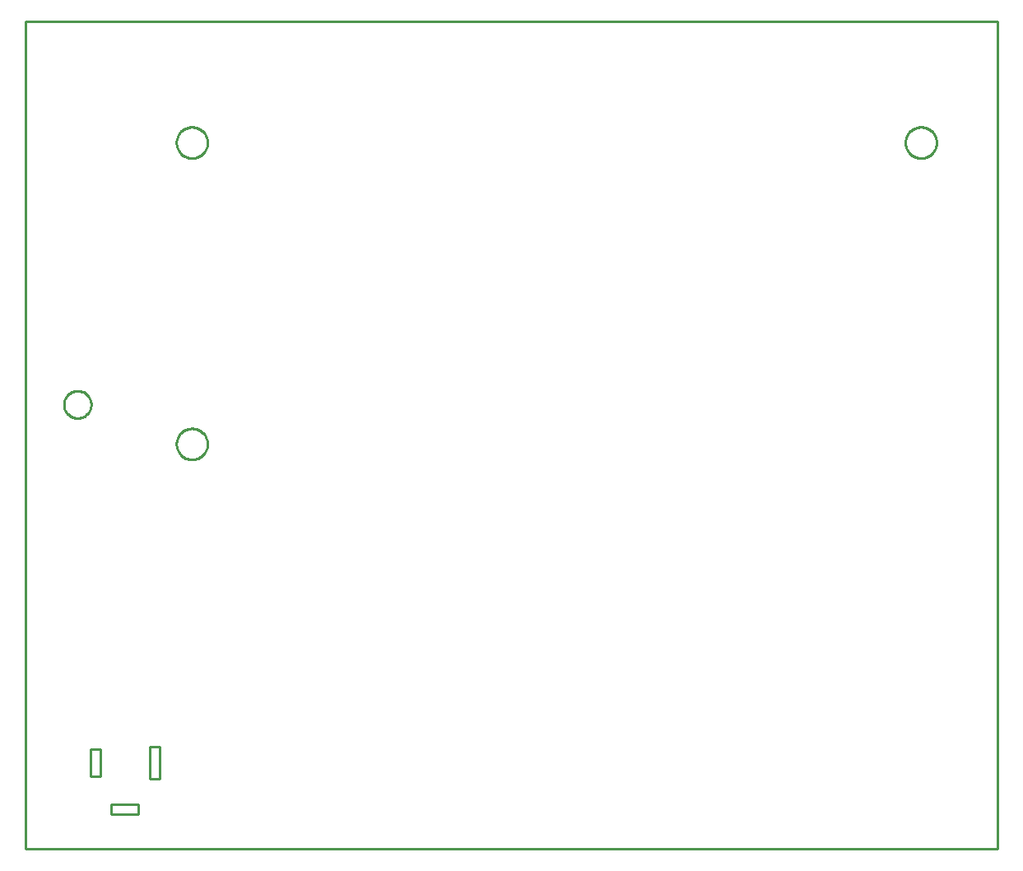
<source format=gbr>
G04 EAGLE Gerber RS-274X export*
G75*
%MOMM*%
%FSLAX34Y34*%
%LPD*%
%IN*%
%IPPOS*%
%AMOC8*
5,1,8,0,0,1.08239X$1,22.5*%
G01*
%ADD10C,0.254000*%


D10*
X0Y0D02*
X1000000Y0D01*
X1000000Y850800D01*
X0Y850800D01*
X0Y0D01*
X127600Y72400D02*
X137600Y72400D01*
X137600Y105400D01*
X127600Y105400D01*
X127600Y72400D01*
X87600Y35900D02*
X115600Y35900D01*
X115600Y45900D01*
X87600Y45900D01*
X87600Y35900D01*
X66600Y74900D02*
X76600Y74900D01*
X76600Y102900D01*
X66600Y102900D01*
X66600Y74900D01*
X187100Y725976D02*
X187032Y724931D01*
X186895Y723892D01*
X186690Y722865D01*
X186419Y721853D01*
X186083Y720861D01*
X185682Y719893D01*
X185218Y718954D01*
X184695Y718046D01*
X184113Y717175D01*
X183475Y716344D01*
X182784Y715557D01*
X182043Y714816D01*
X181256Y714125D01*
X180425Y713488D01*
X179554Y712906D01*
X178646Y712382D01*
X177707Y711918D01*
X176739Y711517D01*
X175747Y711181D01*
X174735Y710910D01*
X173708Y710705D01*
X172669Y710569D01*
X171624Y710500D01*
X170576Y710500D01*
X169531Y710569D01*
X168492Y710705D01*
X167465Y710910D01*
X166453Y711181D01*
X165461Y711517D01*
X164493Y711918D01*
X163554Y712382D01*
X162646Y712906D01*
X161775Y713488D01*
X160944Y714125D01*
X160157Y714816D01*
X159416Y715557D01*
X158725Y716344D01*
X158088Y717175D01*
X157506Y718046D01*
X156982Y718954D01*
X156518Y719893D01*
X156117Y720861D01*
X155781Y721853D01*
X155510Y722865D01*
X155305Y723892D01*
X155169Y724931D01*
X155100Y725976D01*
X155100Y727024D01*
X155169Y728069D01*
X155305Y729108D01*
X155510Y730135D01*
X155781Y731147D01*
X156117Y732139D01*
X156518Y733107D01*
X156982Y734046D01*
X157506Y734954D01*
X158088Y735825D01*
X158725Y736656D01*
X159416Y737443D01*
X160157Y738184D01*
X160944Y738875D01*
X161775Y739513D01*
X162646Y740095D01*
X163554Y740618D01*
X164493Y741082D01*
X165461Y741483D01*
X166453Y741819D01*
X167465Y742090D01*
X168492Y742295D01*
X169531Y742432D01*
X170576Y742500D01*
X171624Y742500D01*
X172669Y742432D01*
X173708Y742295D01*
X174735Y742090D01*
X175747Y741819D01*
X176739Y741483D01*
X177707Y741082D01*
X178646Y740618D01*
X179554Y740095D01*
X180425Y739513D01*
X181256Y738875D01*
X182043Y738184D01*
X182784Y737443D01*
X183475Y736656D01*
X184113Y735825D01*
X184695Y734954D01*
X185218Y734046D01*
X185682Y733107D01*
X186083Y732139D01*
X186419Y731147D01*
X186690Y730135D01*
X186895Y729108D01*
X187032Y728069D01*
X187100Y727024D01*
X187100Y725976D01*
X187100Y415976D02*
X187032Y414931D01*
X186895Y413892D01*
X186690Y412865D01*
X186419Y411853D01*
X186083Y410861D01*
X185682Y409893D01*
X185218Y408954D01*
X184695Y408046D01*
X184113Y407175D01*
X183475Y406344D01*
X182784Y405557D01*
X182043Y404816D01*
X181256Y404125D01*
X180425Y403488D01*
X179554Y402906D01*
X178646Y402382D01*
X177707Y401918D01*
X176739Y401517D01*
X175747Y401181D01*
X174735Y400910D01*
X173708Y400705D01*
X172669Y400569D01*
X171624Y400500D01*
X170576Y400500D01*
X169531Y400569D01*
X168492Y400705D01*
X167465Y400910D01*
X166453Y401181D01*
X165461Y401517D01*
X164493Y401918D01*
X163554Y402382D01*
X162646Y402906D01*
X161775Y403488D01*
X160944Y404125D01*
X160157Y404816D01*
X159416Y405557D01*
X158725Y406344D01*
X158088Y407175D01*
X157506Y408046D01*
X156982Y408954D01*
X156518Y409893D01*
X156117Y410861D01*
X155781Y411853D01*
X155510Y412865D01*
X155305Y413892D01*
X155169Y414931D01*
X155100Y415976D01*
X155100Y417024D01*
X155169Y418069D01*
X155305Y419108D01*
X155510Y420135D01*
X155781Y421147D01*
X156117Y422139D01*
X156518Y423107D01*
X156982Y424046D01*
X157506Y424954D01*
X158088Y425825D01*
X158725Y426656D01*
X159416Y427443D01*
X160157Y428184D01*
X160944Y428875D01*
X161775Y429513D01*
X162646Y430095D01*
X163554Y430618D01*
X164493Y431082D01*
X165461Y431483D01*
X166453Y431819D01*
X167465Y432090D01*
X168492Y432295D01*
X169531Y432432D01*
X170576Y432500D01*
X171624Y432500D01*
X172669Y432432D01*
X173708Y432295D01*
X174735Y432090D01*
X175747Y431819D01*
X176739Y431483D01*
X177707Y431082D01*
X178646Y430618D01*
X179554Y430095D01*
X180425Y429513D01*
X181256Y428875D01*
X182043Y428184D01*
X182784Y427443D01*
X183475Y426656D01*
X184113Y425825D01*
X184695Y424954D01*
X185218Y424046D01*
X185682Y423107D01*
X186083Y422139D01*
X186419Y421147D01*
X186690Y420135D01*
X186895Y419108D01*
X187032Y418069D01*
X187100Y417024D01*
X187100Y415976D01*
X937100Y725976D02*
X937032Y724931D01*
X936895Y723892D01*
X936690Y722865D01*
X936419Y721853D01*
X936083Y720861D01*
X935682Y719893D01*
X935218Y718954D01*
X934695Y718046D01*
X934113Y717175D01*
X933475Y716344D01*
X932784Y715557D01*
X932043Y714816D01*
X931256Y714125D01*
X930425Y713488D01*
X929554Y712906D01*
X928646Y712382D01*
X927707Y711918D01*
X926739Y711517D01*
X925747Y711181D01*
X924735Y710910D01*
X923708Y710705D01*
X922669Y710569D01*
X921624Y710500D01*
X920576Y710500D01*
X919531Y710569D01*
X918492Y710705D01*
X917465Y710910D01*
X916453Y711181D01*
X915461Y711517D01*
X914493Y711918D01*
X913554Y712382D01*
X912646Y712906D01*
X911775Y713488D01*
X910944Y714125D01*
X910157Y714816D01*
X909416Y715557D01*
X908725Y716344D01*
X908088Y717175D01*
X907506Y718046D01*
X906982Y718954D01*
X906518Y719893D01*
X906117Y720861D01*
X905781Y721853D01*
X905510Y722865D01*
X905305Y723892D01*
X905169Y724931D01*
X905100Y725976D01*
X905100Y727024D01*
X905169Y728069D01*
X905305Y729108D01*
X905510Y730135D01*
X905781Y731147D01*
X906117Y732139D01*
X906518Y733107D01*
X906982Y734046D01*
X907506Y734954D01*
X908088Y735825D01*
X908725Y736656D01*
X909416Y737443D01*
X910157Y738184D01*
X910944Y738875D01*
X911775Y739513D01*
X912646Y740095D01*
X913554Y740618D01*
X914493Y741082D01*
X915461Y741483D01*
X916453Y741819D01*
X917465Y742090D01*
X918492Y742295D01*
X919531Y742432D01*
X920576Y742500D01*
X921624Y742500D01*
X922669Y742432D01*
X923708Y742295D01*
X924735Y742090D01*
X925747Y741819D01*
X926739Y741483D01*
X927707Y741082D01*
X928646Y740618D01*
X929554Y740095D01*
X930425Y739513D01*
X931256Y738875D01*
X932043Y738184D01*
X932784Y737443D01*
X933475Y736656D01*
X934113Y735825D01*
X934695Y734954D01*
X935218Y734046D01*
X935682Y733107D01*
X936083Y732139D01*
X936419Y731147D01*
X936690Y730135D01*
X936895Y729108D01*
X937032Y728069D01*
X937100Y727024D01*
X937100Y725976D01*
X67340Y456700D02*
X67269Y455703D01*
X67126Y454713D01*
X66914Y453736D01*
X66632Y452776D01*
X66283Y451839D01*
X65867Y450929D01*
X65388Y450052D01*
X64847Y449210D01*
X64248Y448410D01*
X63593Y447654D01*
X62886Y446947D01*
X62130Y446292D01*
X61330Y445693D01*
X60488Y445152D01*
X59611Y444673D01*
X58701Y444257D01*
X57764Y443908D01*
X56805Y443626D01*
X55827Y443414D01*
X54838Y443271D01*
X53840Y443200D01*
X52840Y443200D01*
X51843Y443271D01*
X50853Y443414D01*
X49876Y443626D01*
X48916Y443908D01*
X47979Y444257D01*
X47069Y444673D01*
X46192Y445152D01*
X45350Y445693D01*
X44550Y446292D01*
X43794Y446947D01*
X43087Y447654D01*
X42432Y448410D01*
X41833Y449210D01*
X41292Y450052D01*
X40813Y450929D01*
X40397Y451839D01*
X40048Y452776D01*
X39766Y453736D01*
X39554Y454713D01*
X39411Y455703D01*
X39340Y456700D01*
X39340Y457700D01*
X39411Y458698D01*
X39554Y459687D01*
X39766Y460665D01*
X40048Y461624D01*
X40397Y462561D01*
X40813Y463471D01*
X41292Y464348D01*
X41833Y465190D01*
X42432Y465990D01*
X43087Y466746D01*
X43794Y467453D01*
X44550Y468108D01*
X45350Y468707D01*
X46192Y469248D01*
X47069Y469727D01*
X47979Y470143D01*
X48916Y470492D01*
X49876Y470774D01*
X50853Y470986D01*
X51843Y471129D01*
X52840Y471200D01*
X53840Y471200D01*
X54838Y471129D01*
X55827Y470986D01*
X56805Y470774D01*
X57764Y470492D01*
X58701Y470143D01*
X59611Y469727D01*
X60488Y469248D01*
X61330Y468707D01*
X62130Y468108D01*
X62886Y467453D01*
X63593Y466746D01*
X64248Y465990D01*
X64847Y465190D01*
X65388Y464348D01*
X65867Y463471D01*
X66283Y462561D01*
X66632Y461624D01*
X66914Y460665D01*
X67126Y459687D01*
X67269Y458698D01*
X67340Y457700D01*
X67340Y456700D01*
M02*

</source>
